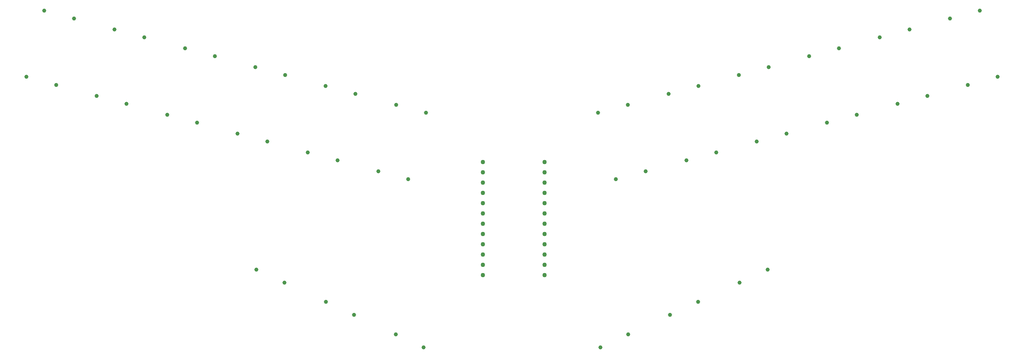
<source format=gbr>
%TF.GenerationSoftware,KiCad,Pcbnew,8.0.1*%
%TF.CreationDate,2024-08-13T22:00:49-05:00*%
%TF.ProjectId,tonyverse,746f6e79-7665-4727-9365-2e6b69636164,v1.0.0*%
%TF.SameCoordinates,Original*%
%TF.FileFunction,Plated,1,2,PTH,Drill*%
%TF.FilePolarity,Positive*%
%FSLAX46Y46*%
G04 Gerber Fmt 4.6, Leading zero omitted, Abs format (unit mm)*
G04 Created by KiCad (PCBNEW 8.0.1) date 2024-08-13 22:00:49*
%MOMM*%
%LPD*%
G01*
G04 APERTURE LIST*
%TA.AperFunction,ComponentDrill*%
%ADD10C,0.990600*%
%TD*%
%TA.AperFunction,ComponentDrill*%
%ADD11C,1.092200*%
%TD*%
G04 APERTURE END LIST*
D10*
%TO.C,D1*%
X54792976Y-132014804D03*
%TO.C,D2*%
X59192899Y-115594064D03*
%TO.C,D1*%
X62153330Y-133987008D03*
%TO.C,D2*%
X66553253Y-117566268D03*
%TO.C,D3*%
X72179641Y-136673546D03*
%TO.C,D4*%
X76579564Y-120252807D03*
%TO.C,D3*%
X79539995Y-138645750D03*
%TO.C,D4*%
X83939918Y-122225011D03*
%TO.C,D5*%
X89566305Y-141332289D03*
%TO.C,D6*%
X93966229Y-124911550D03*
%TO.C,D5*%
X96926659Y-143304493D03*
%TO.C,D6*%
X101326583Y-126883754D03*
%TO.C,D7*%
X106952970Y-145991032D03*
%TO.C,D8*%
X111352894Y-129570293D03*
%TO.C,D13*%
X111601870Y-179601961D03*
%TO.C,D7*%
X114313324Y-147963236D03*
%TO.C,D13*%
X118507936Y-182822313D03*
%TO.C,D8*%
X118713248Y-131542497D03*
%TO.C,D9*%
X124339635Y-150649775D03*
%TO.C,D10*%
X128739559Y-134229036D03*
%TO.C,D14*%
X128821718Y-187631708D03*
%TO.C,D9*%
X131699989Y-152621979D03*
%TO.C,D14*%
X135727784Y-190852060D03*
%TO.C,D10*%
X136099913Y-136201240D03*
%TO.C,D11*%
X141726300Y-155308518D03*
%TO.C,D15*%
X146041566Y-195661455D03*
%TO.C,D12*%
X146126224Y-138887779D03*
%TO.C,D11*%
X149086654Y-157280722D03*
%TO.C,D15*%
X152947632Y-198881807D03*
%TO.C,D12*%
X153486578Y-140859983D03*
%TO.C,D27*%
X196047918Y-140859983D03*
%TO.C,D30*%
X196586863Y-198881807D03*
%TO.C,D26*%
X200447841Y-157280722D03*
%TO.C,D27*%
X203408272Y-138887779D03*
%TO.C,D30*%
X203492929Y-195661455D03*
%TO.C,D26*%
X207808195Y-155308518D03*
%TO.C,D25*%
X213434582Y-136201240D03*
%TO.C,D29*%
X213806711Y-190852060D03*
%TO.C,D24*%
X217834506Y-152621979D03*
%TO.C,D29*%
X220712777Y-187631708D03*
%TO.C,D25*%
X220794936Y-134229036D03*
%TO.C,D24*%
X225194860Y-150649775D03*
%TO.C,D23*%
X230821247Y-131542497D03*
%TO.C,D28*%
X231026559Y-182822313D03*
%TO.C,D22*%
X235221171Y-147963236D03*
%TO.C,D28*%
X237932625Y-179601961D03*
%TO.C,D23*%
X238181601Y-129570293D03*
%TO.C,D22*%
X242581525Y-145991032D03*
%TO.C,D21*%
X248207912Y-126883754D03*
%TO.C,D20*%
X252607836Y-143304493D03*
%TO.C,D21*%
X255568266Y-124911550D03*
%TO.C,D20*%
X259968190Y-141332289D03*
%TO.C,D19*%
X265594577Y-122225011D03*
%TO.C,D18*%
X269994501Y-138645750D03*
%TO.C,D19*%
X272954931Y-120252807D03*
%TO.C,D18*%
X277354855Y-136673546D03*
%TO.C,D17*%
X282981242Y-117566268D03*
%TO.C,D16*%
X287381166Y-133987008D03*
%TO.C,D17*%
X290341596Y-115594064D03*
%TO.C,D16*%
X294741520Y-132014804D03*
D11*
%TO.C,MCU1*%
X167527270Y-153037123D03*
X167527270Y-155577123D03*
X167527270Y-158117123D03*
X167527270Y-160657123D03*
X167527270Y-163197123D03*
X167527270Y-165737123D03*
X167527270Y-168277123D03*
X167527270Y-170817123D03*
X167527270Y-173357123D03*
X167527270Y-175897123D03*
X167527270Y-178437123D03*
X167527270Y-180977123D03*
X182767270Y-153037123D03*
X182767270Y-155577123D03*
X182767270Y-158117123D03*
X182767270Y-160657123D03*
X182767270Y-163197123D03*
X182767270Y-165737123D03*
X182767270Y-168277123D03*
X182767270Y-170817123D03*
X182767270Y-173357123D03*
X182767270Y-175897123D03*
X182767270Y-178437123D03*
X182767270Y-180977123D03*
M02*

</source>
